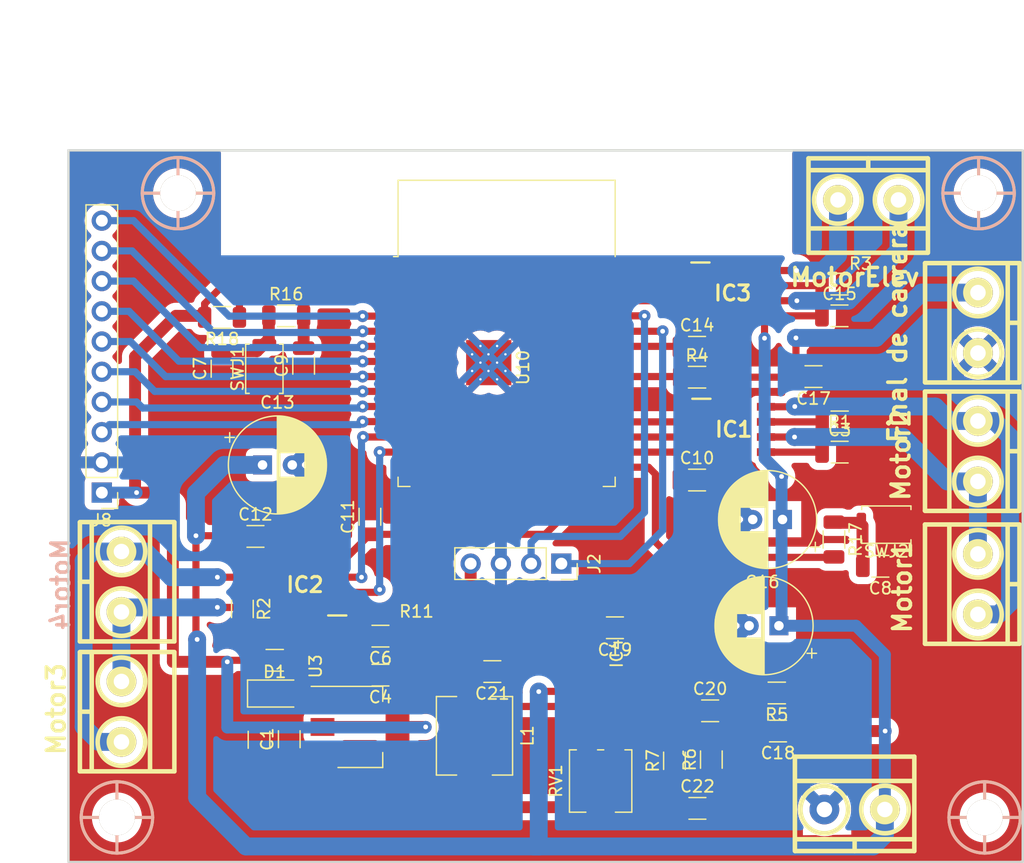
<source format=kicad_pcb>
(kicad_pcb (version 20221018) (generator pcbnew)
  (layers (0 "F.Cu" signal) (31 "B.Cu" signal) (34 "B.Paste" user) (35 "F.Paste" user) (36 "B.SilkS" user "B.Silkscreen") (37 "F.SilkS" user "F.Silkscreen") (38 "B.Mask" user) (39 "F.Mask" user) (44 "Edge.Cuts" user))
  (net 0 "")
  (net 1 "GND")
  (net 2 "/Vin")
  (net 3 "/3V3")
  (net 4 "Net-(SWJ1-B)")
  (net 5 "Net-(SWJ2-B)")
  (net 6 "/EN")
  (net 7 "Net-(J11-Pin_1)")
  (net 8 "Net-(D1-A)")
  (net 9 "/EnA")
  (net 10 "/EnB")
  (net 11 "/EN Elev")
  (net 12 "Net-(IC1-OUT2)")
  (net 13 "Net-(IC1-OUT1)")
  (net 14 "Net-(IC1-RS)")
  (net 15 "/IN3")
  (net 16 "/IN4")
  (net 17 "Net-(IC2-OUT1)")
  (net 18 "Net-(IC2-RS)")
  (net 19 "Net-(IC2-OUT2)")
  (net 20 "/IN5")
  (net 21 "/IN6")
  (net 22 "Net-(IC3-OUT1)")
  (net 23 "Net-(IC3-RS)")
  (net 24 "Net-(IC3-OUT2)")
  (net 25 "/RXD0")
  (net 26 "/TXD0")
  (net 27 "/Sen1")
  (net 28 "/Sen2")
  (net 29 "/Sen3")
  (net 30 "/Sen4")
  (net 31 "/Sen5")
  (net 32 "/Sen6")
  (net 33 "/Sen7")
  (net 34 "/FC")
  (net 35 "/BOOT")
  (net 36 "/IN2")
  (net 37 "/IN1")
  (net 47 "/Sen8")
  (net 50 "/5V")
  (net 51 "Net-(IC4-SS)")
  (net 52 "Net-(IC4-COMP)")
  (net 53 "Net-(C20-Pad2)")
  (net 54 "Net-(IC4-BS)")
  (net 55 "Net-(IC4-SW)")
  (net 56 "Net-(IC4-EN)")
  (net 57 "Net-(IC4-FB)")
  (footprint "Capacitor_SMD:C_1206_3216Metric" (layer "F.Cu") (at 135.4475 64.389 90)
    (fp_text reference "C9")
    (fp_text value "0.1u")
  )
  (footprint "EESTN5:hole_3mm" (layer "F.Cu") (at 119.761 102.362)
    (fp_text reference "hole_3mm" hide)
    (fp_text value "VAL**" hide)
  )
  (footprint "Resistor_SMD:R_1206_3216Metric" (layer "F.Cu") (at 180.4795 69.1134)
    (fp_text reference "R1")
    (fp_text value "0.22")
  )
  (footprint "Connector_PinHeader_2.54mm:PinHeader_1x10_P2.54mm_Vertical" (layer "F.Cu") (at 118.491 75.057 180)
    (fp_text reference "J8")
    (fp_text value "Screw_Terminal_01x10")
  )
  (footprint "Resistor_SMD:R_1206_3216Metric" (layer "F.Cu") (at 180.467 57.531)
    (fp_text reference "R3")
    (fp_text value "0.22")
  )
  (footprint "Resistor_SMD:R_1206_3216Metric" (layer "F.Cu") (at 180 79 -90)
    (fp_text reference "R17")
    (fp_text value "100k")
  )
  (footprint "Capacitor_SMD:C_1206_3216Metric" (layer "F.Cu") (at 131.699 95.835 90)
    (fp_text reference "C2" hide)
    (fp_text value "0.1u")
  )
  (footprint "Capacitor_SMD:C_1206_3216Metric" (layer "F.Cu") (at 169.6 93.4)
    (fp_text reference "C20")
    (fp_text value "4.8n")
  )
  (footprint "EESTN5:BORNERA2_AZUL" (layer "F.Cu") (at 120.142 82.55 -90)
    (fp_text reference "J6" hide)
    (fp_text value "Motor4")
  )
  (footprint "EESTN5:BORNERA2_AZUL" (layer "F.Cu") (at 192.09385 82.7532 90)
    (fp_text reference "J4" hide)
    (fp_text value "Motor1")
  )
  (footprint "LibraryPERSONALES:SOIC127P600X170-9N" (layer "F.Cu") (at 135.5598 82.804 180)
    (fp_text reference "IC2")
    (fp_text value "TB67H450AFNG,EL" hide)
  )
  (footprint "Capacitor_SMD:C_1206_3216Metric" (layer "F.Cu") (at 180.467 60.198)
    (fp_text reference "C15")
    (fp_text value "0.1u")
  )
  (footprint "EESTN5:BORNERA2_AZUL" (layer "F.Cu") (at 182.88 50.45075 180)
    (fp_text reference "J7" hide)
    (fp_text value "MotorElev")
  )
  (footprint "EESTN5:hole_3mm" (layer "F.Cu") (at 192.659 102.362)
    (fp_text reference "hole_3mm" hide)
    (fp_text value "VAL**" hide)
  )
  (footprint "Capacitor_SMD:C_1206_3216Metric" (layer "F.Cu") (at 161.6 86.4176 180)
    (fp_text reference "C19")
    (fp_text value "0.1u")
  )
  (footprint "Resistor_SMD:R_1206_3216Metric" (layer "F.Cu") (at 130.302 84.836 -90)
    (fp_text reference "R2")
    (fp_text value "0.22")
  )
  (footprint "Button_Switch_SMD:SW_Push_SPST_NO_Alps_SKRK" (layer "F.Cu") (at 132.1455 64.643 90)
    (fp_text reference "SWJ1")
    (fp_text value "SW_MEC_5G")
  )
  (footprint "LibraryPERSONALES:SO8-TH" (layer "F.Cu") (at 160.4738 92.4 -90)
    (fp_text reference "IC4")
    (fp_text value "MP2307")
  )
  (footprint "Resistor_SMD:R_1206_3216Metric" (layer "F.Cu") (at 168.5 65.3542)
    (fp_text reference "R4")
    (fp_text value "100k")
  )
  (footprint "Capacitor_SMD:C_1206_3216Metric" (layer "F.Cu") (at 168.5 74)
    (fp_text reference "C10")
    (fp_text value "0.1u")
  )
  (footprint "Capacitor_SMD:C_1206_3216Metric" (layer "F.Cu") (at 134.239 95.786 90)
    (fp_text reference "C1")
    (fp_text value "10u")
  )
  (footprint "LibraryPERSONALES:SOIC127P600X170-9N" (layer "F.Cu") (at 171.577 69.7484)
    (fp_text reference "IC1")
    (fp_text value "TB67H450AFNG,EL" hide)
  )
  (footprint "EESTN5:BORNERA2_AZUL" (layer "F.Cu") (at 192.09385 71.5772 90)
    (fp_text reference "J3" hide)
    (fp_text value "Motor2")
  )
  (footprint "Capacitor_SMD:C_1206_3216Metric" (layer "F.Cu") (at 168.529 101.6)
    (fp_text reference "C22")
    (fp_text value "12u")
  )
  (footprint "Capacitor_SMD:C_1206_3216Metric" (layer "F.Cu") (at 128.5895 64.643 90)
    (fp_text reference "C7")
    (fp_text value "0.1u")
  )
  (footprint "Capacitor_SMD:C_1206_3216Metric" (layer "F.Cu") (at 131.4 78.74)
    (fp_text reference "C12")
    (fp_text value "0.1u")
  )
  (footprint "EESTN5:BORNERA2_AZUL" (layer "F.Cu") (at 192.1002 60.7822 90)
    (fp_text reference "J11" hide)
    (fp_text value "Final de carrera")
  )
  (footprint "Resistor_SMD:R_1206_3216Metric" (layer "F.Cu") (at 169.7 97.5 90)
    (fp_text reference "R6")
    (fp_text value "8.2k")
  )
  (footprint "Inductor_SMD:L_6.3x6.3_H3" (layer "F.Cu") (at 149.8 95.5 -90)
    (fp_text reference "L1")
    (fp_text value "2u")
  )
  (footprint "Capacitor_SMD:C_1206_3216Metric" (layer "F.Cu") (at 168.5 62.8396)
    (fp_text reference "C14")
    (fp_text value "0.1u" hide)
  )
  (footprint "Capacitor_SMD:C_1206_3216Metric" (layer "F.Cu") (at 141.9 90.4 180)
    (fp_text reference "C4")
    (fp_text value "0.1u")
  )
  (footprint "RF_Module:ESP32-WROOM-32D" (layer "F.Cu") (at 152.5 64.662)
    (fp_text reference "U10")
    (fp_text value "ESP32-WROOM-32")
  )
  (footprint "Resistor_SMD:R_1206_3216Metric" (layer "F.Cu") (at 133.985 60.198)
    (fp_text reference "R16")
    (fp_text value "100k")
  )
  (footprint "Capacitor_THT:CP_Radial_D8.0mm_P2.50mm" (layer "F.Cu") (at 175.677451 77.3176 180)
    (fp_text reference "C16")
    (fp_text value "100u")
  )
  (footprint "Capacitor_SMD:C_1206_3216Metric" (layer "F.Cu") (at 141.015 77.089 90)
    (fp_text reference "C11")
    (fp_text value "0.1u")
  )
  (footprint "Capacitor_SMD:C_1206_3216Metric" (layer "F.Cu") (at 183.9 81.25 180)
    (fp_text reference "C8")
    (fp_text value "0.1u")
  )
  (footprint "EESTN5:hole_3mm" (layer "F.Cu") (at 124.8918 49.8856)
    (fp_text reference "hole_3mm" hide)
    (fp_text value "VAL**" hide)
  )
  (footprint "Package_TO_SOT_SMD:SOT-223-3_TabPin2" (layer "F.Cu") (at 140.183 94.756)
    (fp_text reference "U3")
    (fp_text value "AMS1117-3.3")
  )
  (footprint "Resistor_SMD:R_1206_3216Metric" (layer "F.Cu") (at 133.018 89.154)
    (fp_text reference "R11")
    (fp_text value "5.1k")
  )
  (footprint "Resistor_SMD:R_1206_3216Metric" (layer "F.Cu") (at 166.6 97.6 90)
    (fp_text reference "R7")
    (fp_text value "8.2k")
  )
  (footprint "EESTN5:hole_3mm" (layer "F.Cu") (at 192.151 49.8856)
    (fp_text reference "hole_3mm" hide)
    (fp_text value "VAL**" hide)
  )
  (footprint "Capacitor_THT:CP_Radial_D8.0mm_P2.50mm" (layer "F.Cu") (at 175.377851 86.2494 180)
    (fp_text reference "C5" hide)
    (fp_text value "100u" hide)
  )
  (footprint "LED_SMD:LED_1206_3216Metric" (layer "F.Cu") (at 133.018 91.948)
    (fp_text reference "D1")
    (fp_text value "LED")
  )
  (footprint "Capacitor_THT:CP_Radial_D8.0mm_P2.50mm" (layer "F.Cu") (at 131.993 72.73091)
    (fp_text reference "C13")
    (fp_text value "100u")
  )
  (footprint "Capacitor_SMD:C_1206_3216Metric" (layer "F.Cu") (at 141.9 87.122 180)
    (fp_text reference "C6")
    (fp_text value "10u")
  )
  (footprint "EESTN5:BORNERA2_AZUL" (layer "F.Cu") (at 181.737 101.69525)
    (fp_text reference "J1" hide)
    (fp_text value "Alimentacion 12V" hide)
  )
  (footprint "Potentiometer_SMD:Potentiometer_Vishay_TS53YJ_Vertical" (layer "F.Cu") (at 160.4 99.3 90)
    (fp_text reference "RV1")
    (fp_text value "220k")
  )
  (footprint "Button_Switch_SMD:SW_Push_SPST_NO_Alps_SKRK" (layer "F.Cu") (at 184.4 77.7494 180)
    (fp_text reference "SWJ2")
    (fp_text value "SW_MEC_5G")
  )
  (footprint "Capacitor_SMD:C_1206_3216Metric" (layer "F.Cu") (at 180.4795 71.6534)
    (fp_text reference "C3")
    (fp_text value "0.1u")
  )
  (footprint "Resistor_SMD:R_1206_3216Metric" (layer "F.Cu") (at 128.5895 60.325 180)
    (fp_text reference "R18")
    (fp_text value "10k")
  )
  (footprint "LibraryPERSONALES:SOIC127P600X170-9N" (layer "F.Cu") (at 171.495 58.293)
    (fp_text reference "IC3")
    (fp_text value "TB67H450AFNG,EL" hide)
  )
  (footprint "Resistor_SMD:R_1206_3216Metric" (layer "F.Cu") (at 175.2 91.9 180)
    (fp_text reference "R5")
    (fp_text value "100k")
  )
  (footprint "Capacitor_SMD:C_1206_3216Metric" (layer "F.Cu") (at 151.3 90.1 180)
    (fp_text reference "C21")
    (fp_text value "10n")
  )
  (footprint "EESTN5:BORNERA2_AZUL" (layer "F.Cu") (at 120.142 93.472 -90)
    (fp_text reference "J5" hide)
    (fp_text value "Motor3")
  )
  (footprint "Capacitor_SMD:C_1206_3216Metric" (layer "F.Cu") (at 178.2826 65.3034 180)
    (fp_text reference "C17")
    (fp_text value "0.1u")
  )
  (footprint "Capacitor_SMD:C_1206_3216Metric" (layer "F.Cu") (at 175.3 95.1 180)
    (fp_text reference "C18")
    (fp_text value "12u")
  )
  (footprint "Connector_PinSocket_2.54mm:PinSocket_1x04_P2.54mm_Vertical" (layer "F.Cu") (at 157.099 81.026 -90)
    (fp_text reference "J2")
    (fp_text value "UART")
  )
  (gr_rect (start 115.697 46.2915) (end 195.8594 106.1085) (stroke (width 0.2)) (fill none) (layer "Edge.Cuts"))
  (segment (start 175.6 73.7) (end 174.289 72.389) (width 0.6) (layer "F.Cu") (net 2))
  (segment (start 155.2 91.7855) (end 155.2205 91.765) (width 0.6) (layer "F.Cu") (net 2))
  (segment (start 132.8468 80.9) (end 130.5 80.9) (width 0.6) (layer "F.Cu") (net 2))
  (segment (start 129.865 78.68) (end 129.925 78.74) (width 0.6) (layer "F.Cu") (net 2))
  (segment (start 126.4 78.68) (end 126.46 78.74) (width 0.6) (layer "F.Cu") (net 2))
  (segment (start 176.775 93.599) (end 176.775 95.1) (width 1) (layer "F.Cu") (net 2))
  (segment (start 132.8478 80.899) (end 132.8468 80.9) (width 0.6) (layer "F.Cu") (net 2))
  (segment (start 184.2 95.1) (end 176.775 95.1) (width 1) (layer "F.Cu") (net 2))
  (segment (start 174.289 71.6534) (end 179.0045 71.6534) (width 0.6) (layer "F.Cu") (net 2))
  (segment (start 126.4 87.3) (end 126.5 87.4) (width 0.6) (layer "F.Cu") (net 2))
  (segment (start 126.46 78.74) (end 126.52 78.68) (width 0.6) (layer "F.Cu") (net 2))
  (segment (start 126.46 78.74) (end 126.4 78.8) (width 0.6) (layer "F.Cu") (net 2))
  (segment (start 176.775 95.1) (end 176.775 92.0125) (width 1) (layer "F.Cu") (net 2))
  (segment (start 130.5 80.9) (end 129.925 80.325) (width 0.6) (layer "F.Cu") (net 2))
  (segment (start 174.1678 62.0776) (end 174.1678 60.2372) (width 0.6) (layer "F.Cu") (net 2))
  (segment (start 176.775 92.0125) (end 176.6625 91.9) (width 1) (layer "F.Cu") (net 2))
  (segment (start 126.4 78.8) (end 126.4 87.3) (width 0.6) (layer "F.Cu") (net 2))
  (segment (start 174.207 60.198) (end 178.992 60.198) (width 0.6) (layer "F.Cu") (net 2))
  (segment (start 155.2205 91.765) (end 157.8738 91.765) (width 0.6) (layer "F.Cu") (net 2))
  (segment (start 174.289 72.389) (end 174.289 71.6534) (width 0.6) (layer "F.Cu") (net 2))
  (segment (start 126.52 78.68) (end 129.865 78.68) (width 0.6) (layer "F.Cu") (net 2))
  (segment (start 129.925 80.325) (end 129.925 78.74) (width 0.6) (layer "F.Cu") (net 2))
  (via (at 174.1678 62.0776) (size 1) (drill 0.4) (layers "F.Cu" "B.Cu") (net 2))
  (via (at 155.2 91.7855) (size 1.5) (drill 0.4) (layers "F.Cu" "B.Cu") (net 2))
  (via (at 175.6 73.7) (size 1.1) (drill 0.4) (layers "F.Cu" "B.Cu") (net 2))
  (via (at 126.5 87.4) (size 1.5) (drill 0.4) (layers "F.Cu" "B.Cu") (net 2))
  (via (at 126.4 78.68) (size 1.5) (drill 0.4) (layers "F.Cu" "B.Cu") (net 2))
  (via (at 184.3 95.1) (size 1.1) (drill 0.4) (layers "F.Cu" "B.Cu") (net 2))
  (segment (start 183.3 104.8) (end 184.277 103.823) (width 1.5) (layer "B.Cu") (net 2))
  (segment (start 126.5 100.7) (end 130.6 104.8) (width 1.5) (layer "B.Cu") (net 2))
  (segment (start 175.6 86.027251) (end 175.6 73.7) (width 1) (layer "B.Cu") (net 2))
  (segment (start 175.6 73.6) (end 174.177451 72.177451) (width 1) (layer "B.Cu") (net 2))
  (segment (start 155.2 91.7855) (end 155.2 104.8) (width 1.5) (layer "B.Cu") (net 2))
  (segment (start 181.8494 86.2494) (end 184.277 88.677) (width 1) (layer "B.Cu") (net 2))
  (segment (start 184.277 88.677) (end 184.277 101.69525) (width 1) (layer "B.Cu") (net 2))
  (segment (start 126.5 87.4) (end 126.5 100.7) (width 1.5) (layer "B.Cu") (net 2))
  (segment (start 175.377851 86.2494) (end 175.6 86.027251) (width 1) (layer "B.Cu") (net 2))
  (segment (start 184.277 103.823) (end 184.277 101.69525) (width 1.5) (layer "B.Cu") (net 2))
  (segment (start 175.6 73.7) (end 175.6 73.6) (width 1) (layer "B.Cu") (net 2))
  (segment (start 154.8 104.8) (end 183.3 104.8) (width 1.5) (layer "B.Cu") (net 2))
  (segment (start 174.177451 62.087251) (end 174.1678 62.0776) (width 1) (layer "B.Cu") (net 2))
  (segment (start 126.4 78.68) (end 126.4 75.1) (width 1.5) (layer "B.Cu") (net 2))
  (segment (start 128.76909 72.73091) (end 131.993 72.73091) (width 1.5) (layer "B.Cu") (net 2))
  (segment (start 175.377851 86.2494) (end 181.8494 86.2494) (width 1) (layer "B.Cu") (net 2))
  (segment (start 155.2 104.8) (end 154.8 104.8) (width 1.5) (layer "B.Cu") (net 2))
  (segment (start 174.177451 72.177451) (end 174.177451 62.087251) (width 1) (layer "B.Cu") (net 2))
  (segment (start 130.6 104.8) (end 154.8 104.8) (width 1.5) (layer "B.Cu") (net 2))
  (segment (start 126.4 75.1) (end 128.76909 72.73091) (width 1.5) (layer "B.Cu") (net 2))
  (segment (start 127.127 60.325) (end 127.127 59.182) (width 0.6) (layer "F.Cu") (net 3))
  (segment (start 124.46 89.281) (end 124.46 76.073) (width 1) (layer "F.Cu") (net 3))
  (segment (start 137.033 94.756) (end 143.333 94.756) (width 1) (layer "F.Cu") (net 3))
  (segment (start 128.627 57.682) (end 143.75 57.682) (width 0.6) (layer "F.Cu") (net 3))
  (segment (start 124.714 60.198) (end 127 60.198) (width 1) (layer "F.Cu") (net 3))
  (segment (start 129.032 89.281) (end 129.159 89.154) (width 0.6) (layer "F.Cu") (net 3))
  (segment (start 127.127 59.182) (end 128.627 57.682) (width 0.6) (layer "F.Cu") (net 3))
  (segment (start 143.375 87.122) (end 143.375 90.4) (width 0.6) (layer "F.Cu") (net 3))
  (segment (start 149.479 84.963) (end 147.32 87.122) (width 1) (layer "F.Cu") (net 3))
  (segment (start 124.46 76.073) (end 123.444 75.057) (width 1) (layer "F.Cu") (net 3))
  (segment (start 147.32 87.122) (end 143.375 87.122) (width 1) (layer "F.Cu") (net 3))
  (segment (start 149.479 81.026) (end 149.479 84.963) (width 1) (layer "F.Cu") (net 3))
  (segment (start 123.444 75.057) (end 121.412 75.057) (width 1) (layer "F.Cu") (net 3))
  (segment (start 121.285 63.627) (end 124.714 60.198) (width 1) (layer "F.Cu") (net 3))
  (segment (start 121.412 75.057) (end 121.285 74.93) (width 1) (layer "F.Cu") (net 3))
  (segment (start 143.333 94.756) (end 143.333 90.442) (width 1) (layer "F.Cu") (net 3))
  (segment (start 145.7 94.756) (end 143.333 94.756) (width 1) (layer "F.Cu") (net 3))
  (segment (start 143.333 90.442) (end 143.375 90.4) (width 1) (layer "F.Cu") (net 3))
  (segment (start 127 60.198) (end 127.127 60.325) (width 0.6) (layer "F.Cu") (net 3))
  (segment (start 129.159 89.154) (end 131.5555 89.154) (width 0.6) (layer "F.Cu") (net 3))
  (segment (start 121.285 74.93) (end 121.285 63.627) (width 1) (layer "F.Cu") (net 3))
  (segment (start 129.032 89.281) (end 124.46 89.281) (width 1) (layer "F.Cu") (net 3))
  (via (at 129.032 89.281) (size 1) (drill 0.4) (layers "F.Cu" "B.Cu") (net 3))
  (via (at 121.412 75.057) (size 1) (drill 0.4) (layers "F.Cu" "B.Cu") (net 3))
  (via (at 145.7 94.756) (size 1) (drill 0.4) (layers "F.Cu" "B.Cu") (net 3))
  (segment (start 129.032 89.281) (end 129.032 94.8) (width 1) (layer "B.Cu") (net 3))
  (segment (start 129.032 94.8) (end 145.656 94.8) (width 1) (layer "B.Cu") (net 3))
  (segment (start 145.656 94.8) (end 145.7 94.756) (width 1) (layer "B.Cu") (net 3))
  (segment (start 121.412 75.057) (end 118.491 75.057) (width 1) (layer "B.Cu") (net 3))
  (segment (start 132.5225 60.198) (end 132.5225 62.166) (width 1) (layer "F.Cu") (net 4))
  (segment (start 128.5895 63.168) (end 131.5205 63.168) (width 1) (layer "F.Cu") (net 4))
  (segment (start 131.5205 63.168) (end 132.1455 62.543) (width 1) (layer "F.Cu") (net 4))
  (segment (start 132.5225 62.166) (end 132.1455 62.543) (width 1) (layer "F.Cu") (net 4))
  (segment (start 182.143 77.5924) (end 182.4 77.8494) (width 1) (layer "F.Cu") (net 5))
  (segment (start 182.4 81.225) (end 182.425 81.25) (width 1) (layer "F.Cu") (net 5))
  (segment (start 182.4 77.8494) (end 182.4 81.225) (width 1) (layer "F.Cu") (net 5))
  (segment (start 180.4231 77.5924) (end 182.143 77.5924) (width 1) (layer "F.Cu") (net 5))
  (segment (start 135.4475 60.198) (end 135.4475 58.8625) (width 1) (layer "F.Cu") (net 6))
  (segment (start 130.052 59.059) (end 130.052 60.325) (width 0.6) (layer "F.Cu") (net 6))
  (segment (start 143.75 58.952) (end 143.472 58.674) (width 0.6) (layer "F.Cu") (net 6))
  (segment (start 135.636 58.674) (end 135.128 58.674) (width 0.6) (layer "F.Cu") (net 6))
  (segment (start 130.429 58.674) (end 130.048 59.055) (width 0.6) (layer "F.Cu") (net 6))
  (segment (start 143.472 58.674) (end 136.783 58.674) (width 0.6) (layer "F.Cu") (net 6))
  (segment (start 136.783 58.674) (end 135.636 58.674) (width 0.6) (layer "F.Cu") (net 6))
  (segment (start 135.4475 62.914) (end 135.4475 60.198) (width 1) (layer "F.Cu") (net 6))
  (segment (start 135.128 58.674) (end 130.429 58.674) (width 0.6) (layer "F.Cu") (net 6))
  (segment (start 130.048 59.055) (end 130.052 59.059) (width 0.6) (layer "F.Cu") (net 6))
  (segment (start 176.8094 62.0522) (end 176.8094 65.3016) (width 0.6) (layer "F.Cu") (net 7))
  (segment (start 169.9625 65.3542) (end 176.7568 65.3542) (width 0.6) (layer "F.Cu") (net 7))
  (via (at 176.8094 62.0522) (size 1.5) (drill 0.4) (layers "F.Cu" "B.Cu") (net 7))
  (segment (start 183.5404 62.0522) (end 176.8094 62.0522) (width 1.5) (layer "B.Cu") (net 7))
  (segment (start 187.3504 58.2422) (end 183.5404 62.0522) (width 1.5) (layer "B.Cu") (net 7))
  (segment (start 192.1002 58.2422) (end 187.3504 58.2422) (width 1.5) (layer "B.Cu") (net 7))
  (segment (start 134.418 91.948) (end 134.418 89.2165) (width 1) (layer "F.Cu") (net 8))
  (segment (start 134.418 89.2165) (end 134.4805 89.154) (width 1) (layer "F.Cu") (net 8))
  (segment (start 161.25 71.652) (end 166.4716 71.652) (width 0.6) (layer "F.Cu") (net 9))
  (segment (start 166.4716 71.652) (end 168.8636 71.652) (width 0.6) (layer "F.Cu") (net 9))
  (segment (start 167.025 74) (end 167 73.975) (width 0.6) (layer "F.Cu") (net 9))
  (segment (start 167 73.975) (end 167 71.652) (width 0.6) (layer "F.Cu") (net 9))
  (segment (start 168.8636 71.652) (end 168.865 71.6534) (width 0.6) (layer "F.Cu") (net 9))
  (segment (start 138.2718 80.899) (end 138.68 80.899) (width 0.6) (layer "F.Cu") (net 10))
  (segment (start 138.68 80.899) (end 141.015 78.564) (width 0.6) (layer "F.Cu") (net 10))
  (segment (start 141.015 78.564) (end 155.736 78.564) (width 0.6) (layer "F.Cu") (net 10))
  (segment (start 155.736 78.564) (end 156.95 77.35) (width 0.6) (layer "F.Cu") (net 10))
  (segment (start 156.95 77.35) (end 156.95 74.172) (width 0.6) (layer "F.Cu") (net 10))
  (segment (start 161.25 62.762) (end 166.751 62.762) (width 0.6) (layer "F.Cu") (net 11))
  (segment (start 168.783 60.198) (end 167 60.198) (width 0.6) (layer "F.Cu") (net 11))
  (segment (start 166.751 62.762) (end 166.9474 62.762) (width 0.6) (layer "F.Cu") (net 11))
  (segment (start 166.9474 62.762) (end 167.025 62.8396) (width 0.6) (layer "F.Cu") (net 11))
  (segment (start 167 60.198) (end 167 62.513) (width 0.6) (layer "F.Cu") (net 11))
  (segment (start 167 62.513) (end 166.751 62.762) (width 0.6) (layer "F.Cu") (net 11))
  (segment (start 176.7096 67.818) (end 176.6842 67.8434) (width 0.6) (layer "F.Cu") (net 12))
  (segment (start 176.6842 67.8434) (end 174.195 67.8434) (width 0.6) (layer "F.Cu") (net 12))
  (via (at 176.7096 67.818) (size 1.5) (drill 0.4) (layers "F.Cu" "B.Cu") (net 12))
  (segment (start 189.738 69.0372) (end 192.09385 69.0372) (width 1.5) (layer "B.Cu") (net 12))
  (segment (start 192.09385 85.2932) (end 193.8274 85.2932) (width 1.5) (layer "B.Cu") (net 12))
  (segment (start 193.4718 69.0372) (end 192.09385 69.0372) (width 1.5) (layer "B.Cu") (net 12))
  (segment (start 194.7926 70.358) (end 193.4718 69.0372) (width 1.5) (layer "B.Cu") (net 12))
  (segment (start 176.7096 67.818) (end 188.5188 67.818) (width 1.5) (layer "B.Cu") (net 12))
  (segment (start 194.7926 84.328) (end 194.7926 70.358) (width 1.5) (layer "B.Cu") (net 12))
  (segment (start 193.8274 85.2932) (end 194.7926 84.328) (width 1.5) (layer "B.Cu") (net 12))
  (segment (start 188.5188 67.818) (end 189.738 69.0372) (width 1.5) (layer "B.Cu") (net 12))
  (segment (start 176.69 70.3834) (end 174.195 70.3834) (width 0.6) (layer "F.Cu") (net 13))
  (via (at 176.69 70.3834) (size 1.5) (drill 0.4) (layers "F.Cu" "B.Cu") (net 13))
  (segment (start 192.09385 74.1172) (end 189.5348 74.1172) (width 1.5) (layer "B.Cu") (net 13))
  (segment (start 189.5348 74.1172) (end 185.801 70.3834) (width 1.5) (layer "B.Cu") (net 13))
  (segment (start 185.801 70.3834) (end 176.69 70.3834) (width 1.5) (layer "B.Cu") (net 13))
  (segment (start 192.09385 74.1172) (end 192.09385 80.2132) (width 1.5) (layer "B.Cu") (net 13))
  (segment (start 174.289 69.1134) (end 179.017 69.1134) (width 0.6) (layer "F.Cu") (net 14))
  (segment (start 141.8336 83.2104) (end 141.605 83.439) (width 0.6) (layer "F.Cu") (net 15))
  (segment (start 141.8336 71.652) (end 143.75 71.652) (width 0.6) (layer "F.Cu") (net 15))
  (segment (start 141.605 83.439) (end 138.2718 83.439) (width 0.6) (layer "F.Cu") (net 15))
  (via (at 141.8336 71.652) (size 1) (drill 0.4) (layers "F.Cu" "B.Cu") (net 15))
  (via (at 141.8336 83.2104) (size 1) (drill 0.4) (layers "F.Cu" "B.Cu") (net 15))
  (segment (start 141.8336 83.2104) (end 141.8336 71.652) (width 0.6) (layer "B.Cu") (net 15))
  (segment (start 140.3096 82.169) (end 138.2718 82.169) (width 0.6) (layer "F.Cu") (net 16))
  (segment (start 140.438 70.382) (end 143.75 70.382) (width 0.6) (layer "F.Cu") (net 16))
  (via (at 140.3096 82.169) (size 1) (drill 0.4) (layers "F.Cu" "B.Cu") (net 16))
  (via (at 140.438 70.382) (size 1) (drill 0.4) (layers "F.Cu" "B.Cu") (net 16))
  (segment (start 140.438 70.382) (end 140.3096 70.5104) (width 0.6) (layer "B.Cu") (net 16))
  (segment (start 140.3096 70.5104) (end 140.3096 82.169) (width 0.6) (layer "B.Cu") (net 16))
  (segment (start 132.8478 82.169) (end 128.397 82.169) (width 0.6) (layer "F.Cu") (net 17))
  (via (at 128.2 82.169) (size 1.5) (drill 0.4) (layers "F.Cu" "B.Cu") (net 17))
  (segment (start 122.174 80.01) (end 120.142 80.01) (width 1.5) (layer "B.Cu") (net 17))
  (segment (start 116.967 94.742) (end 116.967 80.772) (width 1.5) (layer "B.Cu") (net 17))
  (segment (start 116.967 80.772) (end 117.729 80.01) (width 1.5) (layer "B.Cu") (net 17))
  (segment (start 120.142 96.012) (end 118.237 96.012) (width 1.5) (layer "B.Cu") (net 17))
  (segment (start 118.237 96.012) (end 116.967 94.742) (width 1.5) (layer "B.Cu") (net 17))
  (segment (start 124.333 82.169) (end 122.174 80.01) (width 1.5) (layer "B.Cu") (net 17))
  (segment (start 117.729 80.01) (end 120.142 80.01) (width 1.5) (layer "B.Cu") (net 17))
  (segment (start 128.2 82.169) (end 124.333 82.169) (width 1.5) (layer "B.Cu") (net 17))
  (segment (start 130.3675 83.439) (end 130.302 83.3735) (width 0.6) (layer "F.Cu") (net 18))
  (segment (start 132.8478 83.439) (end 130.3675 83.439) (width 0.6) (layer "F.Cu") (net 18))
  (segment (start 132.8478 84.709) (end 128.27 84.709) (width 0.6) (layer "F.Cu") (net 19))
  (via (at 128.2 84.7) (size 1.5) (drill 0.4) (layers "F.Cu" "B.Cu") (net 19))
  (segment (start 128.2 84.7) (end 128.191 84.709) (width 1.5) (layer "B.Cu") (net 19))
  (segment (start 120.523 84.709) (end 120.142 85.09) (width 1.5) (layer "B.Cu") (net 19))
  (segment (start 128.191 84.709) (end 120.523 84.709) (width 1.5) (layer "B.Cu") (net 19))
  (segment (start 120.142 85.09) (end 120.142 90.932) (width 1.5) (layer "B.Cu") (net 19))
  (segment (start 161.274 57.658) (end 161.25 57.682) (width 0.6) (layer "F.Cu") (net 20))
  (segment (start 168.783 57.658) (end 161.274 57.658) (width 0.6) (layer "F.Cu") (net 20))
  (segment (start 161.274 58.928) (end 161.25 58.952) (width 0.6) (layer "F.Cu") (net 21))
  (segment (start 168.783 58.928) (end 161.274 58.928) (width 0.6) (layer "F.Cu") (net 21))
  (segment (start 176.8856 58.928) (end 174.207 58.928) (width 0.6) (layer "F.Cu") (net 22))
  (via (at 176.8856 58.928) (size 1.5) (drill 0.4) (layers "F.Cu" "B.Cu") (net 22))
  (segment (start 181.2036 58.928) (end 185.42 54.7116) (width 1.5) (layer "B.Cu") (net 22))
  (segment (start 185.42 54.7116) (end 185.42 50.45075) (width 1.5) (layer "B.Cu") (net 22))
  (segment (start 176.8856 58.928) (end 181.2036 58.928) (width 1.5) (layer "B.Cu") (net 22))
  (segment (start 178.8775 57.658) (end 179.0045 57.531) (width 0.6) (layer "F.Cu") (net 23))
  (segment (start 174.207 57.658) (end 178.8775 57.658) (width 0.6) (layer "F.Cu") (net 23))
  (segment (start 176.8602 56.388) (end 174.207 56.388) (width 0.6) (layer "F.Cu") (net 24))
  (via (at 176.8602 56.388) (size 1.5) (drill 0.4) (layers "F.Cu" "B.Cu") (net 24))
  (segment (start 179.07 56.388) (end 180.34 55.118) (width 1.5) (layer "B.Cu") (net 24))
  (segment (start 180.34 55.118) (end 180.34 50.45075) (width 1.5) (layer "B.Cu") (net 24))
  (segment (start 176.8602 56.388) (end 179.07 56.388) (width 1.5) (layer "B.Cu") (net 24))
  (segment (start 165.608 61.492) (end 161.25 61.492) (width 0.6) (layer "F.Cu") (net 25))
  (via (at 165.608 61.492) (size 1) (drill 0.4) (layers "F.Cu" "B.Cu") (net 25))
  (segment (start 165.608 78.232) (end 162.814 81.026) (width 0.6) (layer "B.Cu") (net 25))
  (segment (start 165.608 61.492) (end 165.608 78.232) (width 0.6) (layer "B.Cu") (net 25))
  (segment (start 162.814 81.026) (end 157.099 81.026) (width 0.6) (layer "B.Cu") (net 25))
  (segment (start 164.084 60.198) (end 161.274 60.198) (width 0.6) (layer "F.Cu") (net 26))
  (segment (start 161.274 60.198) (end 161.25 60.222) (width 0.6) (layer "F.Cu") (net 26))
  (via (at 164.084 60.198) (size 1) (drill 0.4) (layers "F.Cu" "B.Cu") (net 26))
  (segment (start 164.084 60.198) (end 164.084 76.708) (width 0.6) (layer "B.Cu") (net 26))
  (segment (start 154.559 79.248) (end 154.559 81.026) (width 0.6) (layer "B.Cu") (net 26))
  (segment (start 164.084 76.708) (end 162.052 78.74) (width 0.6) (layer "B.Cu") (net 26))
  (segment (start 155.067 78.74) (end 154.559 79.248) (width 0.6) (layer "B.Cu") (net 26))
  (segment (start 162.052 78.74) (end 155.067 78.74) (width 0.6) (layer "B.Cu") (net 26))
  (segment (start 140.3995 69.088) (end 143.726 69.088) (width 0.6) (layer "F.Cu") (net 27))
  (segment (start 143.726 69.088) (end 143.75 69.112) (width 0.6) (layer "F.Cu") (net 27))
  (via (at 140.3995 69.088) (size 1) (drill 0.4) (layers "F.Cu" "B.Cu") (net 27))
  (segment (start 119.126 69.342) (end 118.491 69.977) (width 0.6) (layer "B.Cu") (net 27))
  (segment (start 140.1455 69.342) (end 119.126 69.342) (width 0.6) (layer "B.Cu") (net 27))
  (segment (start 140.3995 69.088) (end 140.1455 69.342) (width 0.6) (layer "B.Cu") (net 27))
  (segment (start 143.726 67.818) (end 143.75 67.842) (width 0.6) (layer "F.Cu") (net 28))
  (segment (start 140.3995 67.818) (end 143.726 67.818) (width 0.6) (layer "F.Cu") (net 28))
  (via (at 140.3995 67.818) (size 1) (drill 0.4) (layers "F.Cu" "B.Cu") (net 28))
  (segment (start 121.412 67.437) (end 118.491 67.437) (width 0.6) (layer "B.Cu") (net 28))
  (segment (start 121.92 67.945) (end 121.412 67.437) (width 0.6) (layer "B.Cu") (net 28))
  (segment (start 140.2725 67.945) (end 121.92 67.945) (width 0.6) (layer "B.Cu") (net 28))
  (segment (start 140.3995 67.818) (end 140.2725 67.945) (width 0.6) (layer "B.Cu") (net 28))
  (segment (start 143.726 66.548) (end 143.75 66.572) (width 0.6) (layer "F.Cu") (net 29))
  (segment (start 140.3995 66.548) (end 143.726 66.548) (width 0.6) (layer "F.Cu") (net 29))
  (via (at 140.3995 66.548) (size 1) (drill 0.4) (layers "F.Cu" "B.Cu") (net 29))
  (segment (start 118.491 64.897) (end 121.285 64.897) (width 0.6) (layer "B.Cu") (net 29))
  (segment (start 122.936 66.548) (end 140.3995 66.548) (width 0.6) (layer "B.Cu") (net 29))
  (segment (start 121.285 64.897) (end 122.936 66.548) (width 0.6) (layer "B.Cu") (net 29))
  (segment (start 140.3995 65.302) (end 143.75 65.302) (width 0.6) (layer "F.Cu") (net 30))
  (via (at 140.3995 65.302) (size 1) (drill 0.4) (layers "F.Cu" "B.Cu") (net 30))
  (segment (start 118.491 62.357) (end 120.904 62.357) (width 0.6) (layer "B.Cu") (net 30))
  (segment (start 123.849 65.302) (end 140.3995 65.302) (width 0.6) (layer "B.Cu") (net 30))
  (segment (start 120.904 62.357) (end 123.849 65.302) (width 0.6) (layer "B.Cu") (net 30))
  (segment (start 140.3995 64.032) (end 143.75 64.032) (width 0.6) (layer "F.Cu") (net 31))
  (via (at 140.3995 64.032) (size 1) (drill 0.4) (layers "F.Cu" "B.Cu") (net 31))
  (segment (start 140.3755 64.008) (end 140.3995 64.032) (width 0.6) (layer "B.Cu") (net 31))
  (segment (start 124.968 64.008) (end 140.3755 64.008) (width 0.6) (layer "B.Cu") (net 31))
  (segment (start 120.777 59.817) (end 124.968 64.008) (width 0.6) (layer "B.Cu") (net 31))
  (segment (start 118.491 59.817) (end 120.777 59.817) (width 0.6) (layer "B.Cu") (net 31))
  (segment (start 140.3995 62.762) (end 143.75 62.762) (width 0.6) (layer "F.Cu") (net 32))
  (via (at 140.3995 62.762) (size 1) (drill 0.4) (layers "F.Cu" "B.Cu") (net 32))
  (segment (start 140.2965 62.865) (end 140.3995 62.762) (width 0.6) (layer "B.Cu") (net 32))
  (segment (start 121.158 57.277) (end 126.746 62.865) (width 0.6) (layer "B.Cu") (net 32))
  (segment (start 126.746 62.865) (end 140.2965 62.865) (width 0.6) (layer "B.Cu") (net 32))
  (segment (start 118.491 57.277) (end 121.158 57.277) (width 0.6) (layer "B.Cu") (net 32))
  (segment (start 140.3995 61.492) (end 143.75 61.492) (width 0.6) (layer "F.Cu") (net 33))
  (via (at 140.3995 61.492) (size 1) (drill 0.4) (layers "F.Cu" "B.Cu") (net 33))
  (segment (start 121.031 54.737) (end 127.889 61.595) (width 0.6) (layer "B.Cu") (net 33))
  (segment (start 127.889 61.595) (end 140.2965 61.595) (width 0.6) (layer "B.Cu") (net 33))
  (segment (start 118.491 54.737) (end 121.031 54.737) (width 0.6) (layer "B.Cu") (net 33))
  (segment (start 140.2965 61.595) (end 140.3995 61.492) (width 0.6) (layer "B.Cu") (net 33))
  (segment (start 167.0375 65.3542) (end 166.9853 65.302) (width 0.6) (layer "F.Cu") (net 34))
  (segment (start 166.9853 65.302) (end 161.25 65.302) (width 0.6) (layer "F.Cu") (net 34))
  (segment (start 161.2514 65.3034) (end 161.25 65.302) (width 0.6) (layer "F.Cu") (net 34))
  (segment (start 179.9625 80.5) (end 166.3 80.5) (width 0.6) (layer "F.Cu") (net 35))
  (segment (start 165 73.5) (end 164.422 72.922) (width 0.6) (layer "F.Cu") (net 35))
  (segment (start 164.422 72.922) (end 161.25 72.922) (width 0.6) (layer "F.Cu") (net 35))
  (segment (start 180 80.4625) (end 179.9625 80.5) (width 0.6) (layer "F.Cu") (net 35))
  (segment (start 165 79.2) (end 165 73.5) (width 0.6) (layer "F.Cu") (net 35))
  (segment (start 166.3 80.5) (end 165 79.2) (width 0.6) (layer "F.Cu") (net 35))
  (segment (start 168.8636 69.112) (end 168.865 69.1134) (width 0.6) (layer "F.Cu") (net 36))
  (segment (start 161.25 69.112) (end 168.8636 69.112) (width 0.6) (layer "F.Cu") (net 36))
  (segment (start 161.2514 70.3834) (end 161.25 70.382) (width 0.6) (layer "F.Cu") (net 37))
  (segment (start 168.865 70.3834) (end 161.2514 70.3834) (width 0.6) (layer "F.Cu") (net 37))
  (segment (start 140.3995 60.222) (end 143.75 60.222) (width 0.6) (layer "F.Cu") (net 47))
  (via (at 140.3995 60.222) (size 1) (drill 0.4) (layers "F.Cu" "B.Cu") (net 47))
  (segment (start 121.158 52.197) (end 129.183 60.222) (width 0.6) (layer "B.Cu") (net 47))
  (segment (start 129.183 60.222) (end 140.3995 60.222) (width 0.6) (layer "B.Cu") (net 47))
  (segment (start 118.491 52.197) (end 121.158 52.197) (width 0.6) (layer "B.Cu") (net 47))
  (segment (start 159.2 97.35) (end 159.25 97.3) (width 1) (layer "F.Cu") (net 50))
  (segment (start 149.9 98.35) (end 149.8 98.25) (width 1) (layer "F.Cu") (net 50))
  (segment (start 137.033 97.056) (end 137.033 99.733) (width 1) (layer "F.Cu") (net 50))
  (segment (start 137.033 99.733) (end 138.8 101.5) (width 1) (layer "F.Cu") (net 50))
  (segment (start 131.699 97.31) (end 136.779 97.31) (width 1) (layer "F.Cu") (net 50))
  (segment (start 160.4 101.3) (end 159.2 101.3) (width 1) (layer "F.Cu") (net 50))
  (segment (start 136.779 97.31) (end 137.033 97.056) (width 1) (layer "F.Cu") (net 50))
  (segment (start 149.9 101.5) (end 149.9 98.35) (width 1) (layer "F.Cu") (net 50))
  (segment (start 150.023 101.5) (end 166.577 101.5) (width 1) (layer "F.Cu") (net 50))
  (segment (start 138.8 101.5) (end 149.9 101.5) (width 1) (layer "F.Cu") (net 50))
  (segment (start 159.2 101.3) (end 159.2 97.35) (width 1) (layer "F.Cu") (net 50))
  (segment (start 163.0738 86.4188) (end 163.075 86.4176) (width 0.6) (layer "F.Cu") (net 51))
  (segment (start 163.0738 90.495) (end 163.0738 86.4188) (width 0.6) (layer "F.Cu") (net 51))
  (segment (start 167.76 93.035) (end 168.125 93.4) (width 0.6) (layer "F.Cu") (net 52))
  (segment (start 163.0738 93.035) (end 167.76 93.035) (width 0.6) (layer "F.Cu") (net 52))
  (segment (start 168.125 93.4) (end 168.125 93.7) (width 0.6) (layer "F.Cu") (net 52))
  (segment (start 171.275 95.225) (end 171.275 93.9) (width 0.6) (layer "F.Cu") (net 53))
  (segment (start 170.4625 96.0375) (end 171.275 95.225) (width 0.6) (layer "F.Cu") (net 53))
  (segment (start 169.7 96.0375) (end 170.4625 96.0375) (width 0.6) (layer "F.Cu") (net 53))
  (segment (start 171.275 93.9) (end 171.075 93.7) (width 0.6) (layer "F.Cu") (net 53))
  (segment (start 157.4788 90.1) (end 157.8738 90.495) (width 0.6) (layer "F.Cu") (net 54))
  (segment (start 152.775 90.1) (end 157.4788 90.1) (width 0.6) (layer "F.Cu") (net 54))
  (segment (start 150.085 93.035) (end 149.8 92.75) (width 0.6) (layer "F.Cu") (net 55))
  (segment (start 149.8 92.75) (end 149.825 92.725) (width 0.6) (layer "F.Cu") (net 55))
  (segment (start 149.825 92.725) (end 149.825 90.1) (width 0.6) (layer "F.Cu") (net 55))
  (segment (start 157.8738 93.035) (end 150.085 93.035) (width 0.6) (layer "F.Cu") (net 55))
  (segment (start 173.6025 91.765) (end 173.7375 91.9) (width 0.6) (layer "F.Cu") (net 56))
  (segment (start 163.0738 91.765) (end 163.1088 91.8) (width 0.6) (layer "F.Cu") (net 56))
  (segment (start 163.0738 91.765) (end 173.6025 91.765) (width 0.6) (layer "F.Cu") (net 56))
  (segment (start 166.5625 96.1) (end 161.6 96.1) (width 0.6) (layer "F.Cu") (net 57))
  (segment (start 161.55 96.15) (end 161.55 97.3) (width 0.6) (layer "F.Cu") (net 57))
  (segment (start 163.0738 94.305) (end 166.205 94.305) (width 0.6) (layer "F.Cu") (net 57))
  (segment (start 161.6 96.1) (end 161.55 96.15) (width 0.6) (layer "F.Cu") (net 57))
  (segment (start 166.205 94.305) (end 166.6 94.7) (width 0.6) (layer "F.Cu") (net 57))
  (segment (start 166.6 94.7) (end 166.6 96.1375) (width 0.6) (layer "F.Cu") (net 57))
  (segment (start 166.6 96.1375) (end 166.5625 96.1) (width 0.6) (layer "F.Cu") (net 57))
  (zone (net 0) (net_name "") (layer "F.Cu") (connect_pads thru_hole_only (clearance 0)) (min_thickness 0.6)
    (keepout (tracks not_allowed) (vias not_allowed) (pads not_allowed) (copperpour not_allowed) (footprints allowed))
    (fill (thermal_gap 1) (thermal_bridge_width 1))
    (polygon (pts (xy 150.762592 79.80149) (xy 153.277192 79.69989) (xy 153.175592 82.34149) (xy 150.762592 82.23989)))
  )
  (zone (net 0) (net_name "") (layer "F.Cu") (connect_pads thru_hole_only (clearance 0)) (min_thickness 0.6)
    (keepout (tracks not_allowed) (vias not_allowed) (pads not_allowed) (copperpour not_allowed) (footprints allowed))
    (fill (thermal_gap 1) (thermal_bridge_width 1))
    (polygon (pts (xy 133.261992 71.4616) (xy 135.776592 71.36) (xy 135.674992 74.0016) (xy 133.261992 73.9)))
  )
  (zone (net 0) (net_name "") (layer "F.Cu") (connect_pads thru_hole_only (clearance 0)) (min_thickness 0.6)
    (keepout (tracks not_allowed) (vias not_allowed) (pads not_allowed) (copperpour not_allowed) (footprints allowed))
    (fill (thermal_gap 1) (thermal_bridge_width 1))
    (polygon (pts (xy 177.3428 99.7712) (xy 181.4322 99.7458) (xy 181.4576 103.8098) (xy 177.3936 103.8606)))
  )
  (zone (net 0) (net_name "") (layer "F.Cu") (connect_pads (clearance 0)) (min_thickness 0.25)
    (keepout (tracks not_allowed) (vias not_allowed) (pads not_allowed) (copperpour not_allowed) (footprints allowed))
    (fill (thermal_gap 0.5) (thermal_bridge_width 0.5))
    (polygon (pts (xy 171.228 84.7) (xy 171.228 87.748) (xy 176.816 87.748) (xy 176.816 84.7) (xy 175.8 84.7)))
  )
  (zone (net 0) (net_name "") (layer "F.Cu") (connect_pads (clearance 0)) (min_thickness 0.25)
    (keepout (tracks not_allowed) (vias not_allowed) (pads not_allowed) (copperpour not_allowed) (footprints allowed))
    (fill (thermal_gap 0.5) (thermal_bridge_width 0.5))
    (polygon (pts (xy 171.664251 75.7682) (xy 171.664251 78.8162) (xy 177.252251 78.8162) (xy 177.252251 75.7682) (xy 176.236251 75.7682)))
  )
  (zone (net 0) (net_name "") (layer "F.Cu") (connect_pads thru_hole_only (clearance 0)) (min_thickness 0.6)
    (keepout (tracks not_allowed) (vias not_allowed) (pads not_allowed) (copperpour not_allowed) (footprints allowed))
    (fill (thermal_gap 1) (thermal_bridge_width 1))
    (polygon (pts (xy 117.310792 71.26709) (xy 119.825392 71.16549) (xy 119.723792 73.80709) (xy 117.310792 73.70549)))
  )
  (zone (net 1) (net_name "GND") (layers "F&B.Cu") (connect_pads thru_hole_only (clearance 0.6)) (min_thickness 0.5) (fill yes (thermal_gap 1) (thermal_bridge_width 1))
    (polygon (pts (xy 115.7224 106.1212) (xy 115.7224 46.2788) (xy 195.9864 46.1772) (xy 195.9864 106.0196)))
  )
)
</source>
